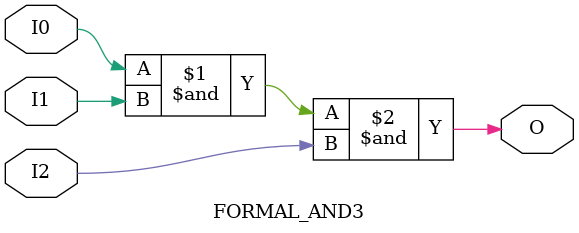
<source format=v>

`timescale  1 ps / 1 ps

`celldefine

module FORMAL_AND3 (O, I0, I1, I2);

    output O;

    input  I0, I1, I2;

    and A1 (O, I0, I1, I2);

endmodule

`endcelldefine

</source>
